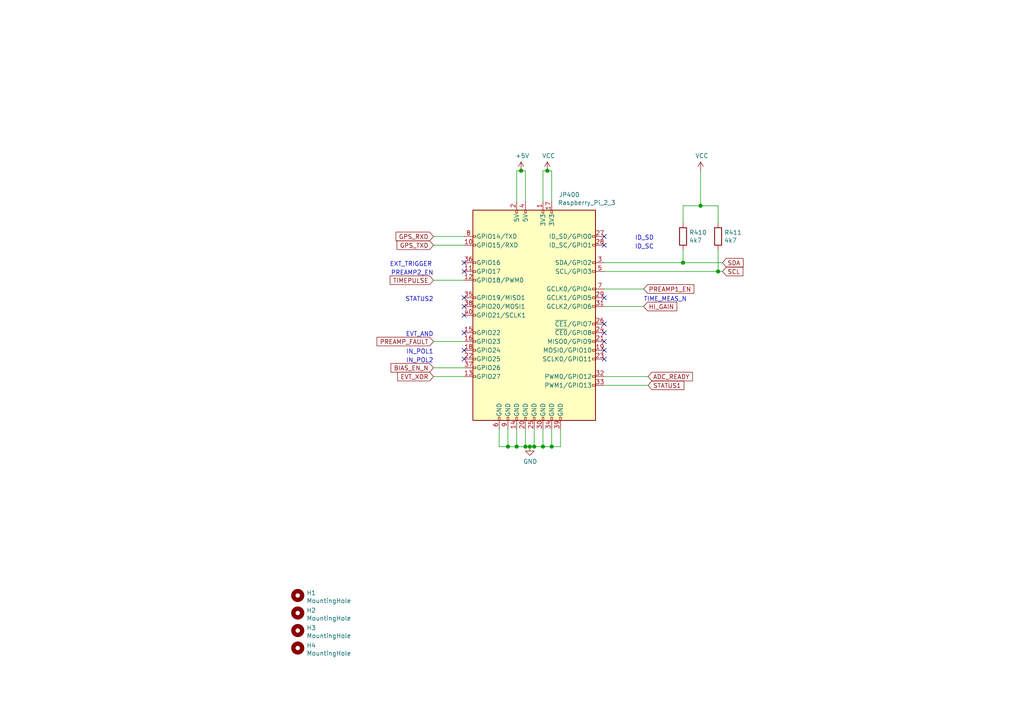
<source format=kicad_sch>
(kicad_sch (version 20211123) (generator eeschema)
  (paper "A4")
  (lib_symbols
    (symbol "Connector:Raspberry_Pi_2_3" (pin_names (offset 1.016))
      (property "Reference" "J" (at -17.78 31.75 0))
      (property "Value" "Raspberry_Pi_2_3" (at 10.16 -31.75 0))
      (symbol "Raspberry_Pi_2_3_0_1"
        (rectangle (start -17.78 30.48) (end 17.78 -30.48) (stroke (width 0.254)) (fill (type background)))
      )
      (symbol "Raspberry_Pi_2_3_1_1"
        (rectangle (start -16.891 -17.526) (end -17.78 -18.034))
        (rectangle (start -16.891 -14.986) (end -17.78 -15.494))
        (rectangle (start -16.891 -12.446) (end -17.78 -12.954))
        (rectangle (start -16.891 -9.906) (end -17.78 -10.414))
        (rectangle (start -16.891 -7.366) (end -17.78 -7.874))
        (rectangle (start -16.891 -4.826) (end -17.78 -5.334))
        (rectangle (start -16.891 0.254) (end -17.78 -0.254))
        (rectangle (start -16.891 2.794) (end -17.78 2.286))
        (rectangle (start -16.891 5.334) (end -17.78 4.826))
        (rectangle (start -16.891 10.414) (end -17.78 9.906))
        (rectangle (start -16.891 12.954) (end -17.78 12.446))
        (rectangle (start -16.891 15.494) (end -17.78 14.986))
        (rectangle (start -16.891 20.574) (end -17.78 20.066))
        (rectangle (start -16.891 23.114) (end -17.78 22.606))
        (rectangle (start -10.414 -29.591) (end -9.906 -30.48))
        (rectangle (start -7.874 -29.591) (end -7.366 -30.48))
        (rectangle (start -5.334 -29.591) (end -4.826 -30.48))
        (rectangle (start -5.334 30.48) (end -4.826 29.591))
        (rectangle (start -2.794 -29.591) (end -2.286 -30.48))
        (rectangle (start -2.794 30.48) (end -2.286 29.591))
        (rectangle (start -0.254 -29.591) (end 0.254 -30.48))
        (rectangle (start 2.286 -29.591) (end 2.794 -30.48))
        (rectangle (start 2.286 30.48) (end 2.794 29.591))
        (rectangle (start 4.826 -29.591) (end 5.334 -30.48))
        (rectangle (start 4.826 30.48) (end 5.334 29.591))
        (rectangle (start 7.366 -29.591) (end 7.874 -30.48))
        (rectangle (start 17.78 -20.066) (end 16.891 -20.574))
        (rectangle (start 17.78 -17.526) (end 16.891 -18.034))
        (rectangle (start 17.78 -12.446) (end 16.891 -12.954))
        (rectangle (start 17.78 -9.906) (end 16.891 -10.414))
        (rectangle (start 17.78 -7.366) (end 16.891 -7.874))
        (rectangle (start 17.78 -4.826) (end 16.891 -5.334))
        (rectangle (start 17.78 -2.286) (end 16.891 -2.794))
        (rectangle (start 17.78 2.794) (end 16.891 2.286))
        (rectangle (start 17.78 5.334) (end 16.891 4.826))
        (rectangle (start 17.78 7.874) (end 16.891 7.366))
        (rectangle (start 17.78 12.954) (end 16.891 12.446))
        (rectangle (start 17.78 15.494) (end 16.891 14.986))
        (rectangle (start 17.78 20.574) (end 16.891 20.066))
        (rectangle (start 17.78 23.114) (end 16.891 22.606))
        (pin power_in line (at 2.54 33.02 270) (length 2.54) (name "3V3") (number "1"))
        (pin bidirectional line (at -20.32 20.32 0) (length 2.54) (name "GPIO15/RXD") (number "10"))
        (pin bidirectional line (at -20.32 12.7 0) (length 2.54) (name "GPIO17") (number "11"))
        (pin bidirectional line (at -20.32 10.16 0) (length 2.54) (name "GPIO18/PWM0") (number "12"))
        (pin bidirectional line (at -20.32 -17.78 0) (length 2.54) (name "GPIO27") (number "13"))
        (pin power_in line (at -5.08 -33.02 90) (length 2.54) (name "GND") (number "14"))
        (pin bidirectional line (at -20.32 -5.08 0) (length 2.54) (name "GPIO22") (number "15"))
        (pin bidirectional line (at -20.32 -7.62 0) (length 2.54) (name "GPIO23") (number "16"))
        (pin power_in line (at 5.08 33.02 270) (length 2.54) (name "3V3") (number "17"))
        (pin bidirectional line (at -20.32 -10.16 0) (length 2.54) (name "GPIO24") (number "18"))
        (pin bidirectional line (at 20.32 -10.16 180) (length 2.54) (name "MOSI0/GPIO10") (number "19"))
        (pin power_in line (at -5.08 33.02 270) (length 2.54) (name "5V") (number "2"))
        (pin power_in line (at -2.54 -33.02 90) (length 2.54) (name "GND") (number "20"))
        (pin bidirectional line (at 20.32 -7.62 180) (length 2.54) (name "MISO0/GPIO9") (number "21"))
        (pin bidirectional line (at -20.32 -12.7 0) (length 2.54) (name "GPIO25") (number "22"))
        (pin bidirectional line (at 20.32 -12.7 180) (length 2.54) (name "SCLK0/GPIO11") (number "23"))
        (pin bidirectional line (at 20.32 -5.08 180) (length 2.54) (name "~{CE0}/GPIO8") (number "24"))
        (pin power_in line (at 0 -33.02 90) (length 2.54) (name "GND") (number "25"))
        (pin bidirectional line (at 20.32 -2.54 180) (length 2.54) (name "~{CE1}/GPIO7") (number "26"))
        (pin bidirectional line (at 20.32 22.86 180) (length 2.54) (name "ID_SD/GPIO0") (number "27"))
        (pin bidirectional line (at 20.32 20.32 180) (length 2.54) (name "ID_SC/GPIO1") (number "28"))
        (pin bidirectional line (at 20.32 5.08 180) (length 2.54) (name "GCLK1/GPIO5") (number "29"))
        (pin bidirectional line (at 20.32 15.24 180) (length 2.54) (name "SDA/GPIO2") (number "3"))
        (pin power_in line (at 2.54 -33.02 90) (length 2.54) (name "GND") (number "30"))
        (pin bidirectional line (at 20.32 2.54 180) (length 2.54) (name "GCLK2/GPIO6") (number "31"))
        (pin bidirectional line (at 20.32 -17.78 180) (length 2.54) (name "PWM0/GPIO12") (number "32"))
        (pin bidirectional line (at 20.32 -20.32 180) (length 2.54) (name "PWM1/GPIO13") (number "33"))
        (pin power_in line (at 5.08 -33.02 90) (length 2.54) (name "GND") (number "34"))
        (pin bidirectional line (at -20.32 5.08 0) (length 2.54) (name "GPIO19/MISO1") (number "35"))
        (pin bidirectional line (at -20.32 15.24 0) (length 2.54) (name "GPIO16") (number "36"))
        (pin bidirectional line (at -20.32 -15.24 0) (length 2.54) (name "GPIO26") (number "37"))
        (pin bidirectional line (at -20.32 2.54 0) (length 2.54) (name "GPIO20/MOSI1") (number "38"))
        (pin power_in line (at 7.62 -33.02 90) (length 2.54) (name "GND") (number "39"))
        (pin power_in line (at -2.54 33.02 270) (length 2.54) (name "5V") (number "4"))
        (pin bidirectional line (at -20.32 0 0) (length 2.54) (name "GPIO21/SCLK1") (number "40"))
        (pin bidirectional line (at 20.32 12.7 180) (length 2.54) (name "SCL/GPIO3") (number "5"))
        (pin power_in line (at -10.16 -33.02 90) (length 2.54) (name "GND") (number "6"))
        (pin bidirectional line (at 20.32 7.62 180) (length 2.54) (name "GCLK0/GPIO4") (number "7"))
        (pin bidirectional line (at -20.32 22.86 0) (length 2.54) (name "GPIO14/TXD") (number "8"))
        (pin power_in line (at -7.62 -33.02 90) (length 2.54) (name "GND") (number "9"))
      )
    )
    (symbol "Device:R" (pin_numbers hide) (pin_names (offset 0))
      (property "Reference" "R" (at 2.032 0 90))
      (property "Value" "R" (at 0 0 90))
      (symbol "R_0_1"
        (rectangle (start -1.016 -2.54) (end 1.016 2.54) (stroke (width 0.254)))
      )
      (symbol "R_1_1"
        (pin passive line (at 0 3.81 270) (length 1.27) (name "~") (number "1"))
        (pin passive line (at 0 -3.81 90) (length 1.27) (name "~") (number "2"))
      )
    )
    (symbol "Mechanical:MountingHole" (pin_names (offset 1.016))
      (property "Reference" "H" (at 0 5.08 0))
      (property "Value" "MountingHole" (at 0 3.175 0))
      (symbol "MountingHole_0_1"
        (circle (center 0 0) (radius 1.27) (stroke (width 1.27)))
      )
    )
    (symbol "power:+5V" (power) (pin_names (offset 0))
      (property "Value" "+5V" (at 0 3.556 0))
      (symbol "+5V_0_1"
        (polyline (pts (xy -0.762 1.27) (xy 0 2.54)))
        (polyline (pts (xy 0 0) (xy 0 2.54)))
        (polyline (pts (xy 0 2.54) (xy 0.762 1.27)))
      )
      (symbol "+5V_1_1"
        (pin power_in line (at 0 0 90) (length 0) hide (name "+5V") (number "1"))
      )
    )
    (symbol "power:GND" (power) (pin_names (offset 0))
      (property "Value" "GND" (at 0 -3.81 0))
      (symbol "GND_0_1"
        (polyline (pts (xy 0 0) (xy 0 -1.27) (xy 1.27 -1.27) (xy 0 -2.54) (xy -1.27 -1.27) (xy 0 -1.27)))
      )
      (symbol "GND_1_1"
        (pin power_in line (at 0 0 270) (length 0) hide (name "GND") (number "1"))
      )
    )
    (symbol "power:VCC" (power) (pin_names (offset 0))
      (property "Value" "VCC" (at 0 3.81 0))
      (symbol "VCC_0_1"
        (polyline (pts (xy -0.762 1.27) (xy 0 2.54)))
        (polyline (pts (xy 0 0) (xy 0 2.54)))
        (polyline (pts (xy 0 2.54) (xy 0.762 1.27)))
      )
      (symbol "VCC_1_1"
        (pin power_in line (at 0 0 90) (length 0) hide (name "VCC") (number "1"))
      )
    )
  )
  (junction (at 154.94 129.54) (diameter 1.016))
  (junction (at 149.86 129.54) (diameter 1.016))
  (junction (at 158.75 49.53) (diameter 1.016))
  (junction (at 157.48 129.54) (diameter 1.016))
  (junction (at 151.13 49.53) (diameter 1.016))
  (junction (at 203.2 59.69) (diameter 1.016))
  (junction (at 160.02 129.54) (diameter 1.016))
  (junction (at 152.4 129.54) (diameter 1.016))
  (junction (at 198.12 76.2) (diameter 1.016))
  (junction (at 147.32 129.54) (diameter 1.016))
  (junction (at 208.28 78.74) (diameter 1.016))
  (junction (at 153.67 129.54) (diameter 1.016))
  (no_connect (at 175.26 68.58))
  (no_connect (at 175.26 71.12))
  (no_connect (at 175.26 86.36))
  (no_connect (at 134.62 76.2))
  (no_connect (at 175.26 101.6))
  (no_connect (at 175.26 99.06))
  (no_connect (at 175.26 104.14))
  (no_connect (at 134.62 101.6))
  (no_connect (at 175.26 93.98))
  (no_connect (at 175.26 96.52))
  (no_connect (at 134.62 86.36))
  (no_connect (at 134.62 91.44))
  (no_connect (at 134.62 96.52))
  (no_connect (at 134.62 104.14))
  (no_connect (at 134.62 88.9))
  (no_connect (at 134.62 78.74))
  (wire (pts (xy 175.26 76.2) (xy 198.12 76.2)))
  (wire (pts (xy 203.2 59.69) (xy 208.28 59.69)))
  (wire (pts (xy 144.78 129.54) (xy 147.32 129.54)))
  (wire (pts (xy 157.48 124.46) (xy 157.48 129.54)))
  (wire (pts (xy 147.32 129.54) (xy 149.86 129.54)))
  (wire (pts (xy 208.28 78.74) (xy 209.55 78.74)))
  (wire (pts (xy 149.86 58.42) (xy 149.86 49.53)))
  (wire (pts (xy 144.78 124.46) (xy 144.78 129.54)))
  (wire (pts (xy 160.02 58.42) (xy 160.02 49.53)))
  (wire (pts (xy 154.94 124.46) (xy 154.94 129.54)))
  (wire (pts (xy 198.12 72.39) (xy 198.12 76.2)))
  (wire (pts (xy 175.26 83.82) (xy 186.69 83.82)))
  (wire (pts (xy 149.86 129.54) (xy 152.4 129.54)))
  (wire (pts (xy 162.56 124.46) (xy 162.56 129.54)))
  (wire (pts (xy 149.86 124.46) (xy 149.86 129.54)))
  (wire (pts (xy 125.73 68.58) (xy 134.62 68.58)))
  (wire (pts (xy 125.73 71.12) (xy 134.62 71.12)))
  (wire (pts (xy 151.13 49.53) (xy 152.4 49.53)))
  (wire (pts (xy 198.12 76.2) (xy 209.55 76.2)))
  (wire (pts (xy 125.73 106.68) (xy 134.62 106.68)))
  (wire (pts (xy 154.94 129.54) (xy 157.48 129.54)))
  (wire (pts (xy 152.4 124.46) (xy 152.4 129.54)))
  (wire (pts (xy 203.2 49.53) (xy 203.2 59.69)))
  (wire (pts (xy 208.28 64.77) (xy 208.28 59.69)))
  (wire (pts (xy 152.4 58.42) (xy 152.4 49.53)))
  (wire (pts (xy 147.32 124.46) (xy 147.32 129.54)))
  (wire (pts (xy 157.48 49.53) (xy 158.75 49.53)))
  (wire (pts (xy 160.02 49.53) (xy 158.75 49.53)))
  (wire (pts (xy 125.73 99.06) (xy 134.62 99.06)))
  (wire (pts (xy 157.48 129.54) (xy 160.02 129.54)))
  (wire (pts (xy 175.26 78.74) (xy 208.28 78.74)))
  (wire (pts (xy 152.4 129.54) (xy 153.67 129.54)))
  (wire (pts (xy 175.26 111.76) (xy 187.96 111.76)))
  (wire (pts (xy 208.28 72.39) (xy 208.28 78.74)))
  (wire (pts (xy 149.86 49.53) (xy 151.13 49.53)))
  (wire (pts (xy 153.67 129.54) (xy 154.94 129.54)))
  (wire (pts (xy 160.02 129.54) (xy 162.56 129.54)))
  (wire (pts (xy 198.12 59.69) (xy 203.2 59.69)))
  (wire (pts (xy 175.26 88.9) (xy 186.69 88.9)))
  (wire (pts (xy 175.26 109.22) (xy 187.96 109.22)))
  (wire (pts (xy 125.73 109.22) (xy 134.62 109.22)))
  (wire (pts (xy 198.12 59.69) (xy 198.12 64.77)))
  (wire (pts (xy 157.48 58.42) (xy 157.48 49.53)))
  (wire (pts (xy 160.02 124.46) (xy 160.02 129.54)))
  (wire (pts (xy 125.73 81.28) (xy 134.62 81.28)))
  (text "STATUS2" (at 125.73 87.63 180) (effects (font (size 1.27 1.27)) (justify right bottom)))
  (text "EXT_TRIGGER" (at 113.03 77.47 0) (effects (font (size 1.27 1.27)) (justify left bottom)))
  (text "ID_SD" (at 184.15 69.85 0) (effects (font (size 1.27 1.27)) (justify left bottom)))
  (text "TIME_MEAS_N" (at 186.69 87.63 0) (effects (font (size 1.27 1.27)) (justify left bottom)))
  (text "IN_POL1" (at 125.73 102.87 180) (effects (font (size 1.27 1.27)) (justify right bottom)))
  (text "IN_POL2" (at 125.73 105.41 180) (effects (font (size 1.27 1.27)) (justify right bottom)))
  (text "EVT_AND" (at 125.73 97.79 180) (effects (font (size 1.27 1.27)) (justify right bottom)))
  (text "ID_SC" (at 184.15 72.39 0) (effects (font (size 1.27 1.27)) (justify left bottom)))
  (text "PREAMP2_EN" (at 125.73 80.01 180) (effects (font (size 1.27 1.27)) (justify right bottom)))
  (global_label "GPS_TXD" (shape input) (at 125.73 71.12 180) (property "Intersheet References" "${INTERSHEET_REFS}" (effects hide)))
  (global_label "GPS_RXD" (shape input) (at 125.73 68.58 180) (property "Intersheet References" "${INTERSHEET_REFS}" (effects hide)))
  (global_label "ADC_READY" (shape input) (at 187.96 109.22 0) (property "Intersheet References" "${INTERSHEET_REFS}" (effects hide)))
  (global_label "EVT_XOR" (shape input) (at 125.73 109.22 180) (property "Intersheet References" "${INTERSHEET_REFS}" (effects hide)))
  (global_label "HI_GAIN" (shape input) (at 186.69 88.9 0) (property "Intersheet References" "${INTERSHEET_REFS}" (effects hide)))
  (global_label "PREAMP1_EN" (shape input) (at 186.69 83.82 0) (property "Intersheet References" "${INTERSHEET_REFS}" (effects hide)))
  (global_label "STATUS1" (shape input) (at 187.96 111.76 0) (property "Intersheet References" "${INTERSHEET_REFS}" (effects hide)))
  (global_label "SDA" (shape input) (at 209.55 76.2 0) (property "Intersheet References" "${INTERSHEET_REFS}" (effects hide)))
  (global_label "TIMEPULSE" (shape input) (at 125.73 81.28 180) (property "Intersheet References" "${INTERSHEET_REFS}" (effects hide)))
  (global_label "BIAS_EN_N" (shape input) (at 125.73 106.68 180) (property "Intersheet References" "${INTERSHEET_REFS}" (effects hide)))
  (global_label "PREAMP_FAULT" (shape input) (at 125.73 99.06 180) (property "Intersheet References" "${INTERSHEET_REFS}" (effects hide)))
  (global_label "SCL" (shape input) (at 209.55 78.74 0) (property "Intersheet References" "${INTERSHEET_REFS}" (effects hide)))
  (symbol (lib_id "power:GND") (at 153.67 129.54 0) (unit 1)
    (property "Reference" "#PWR0103" (effects hide))
    (property "Value" "GND" (at 153.7843 133.8644 0))
  )
  (symbol (lib_id "Mechanical:MountingHole") (at 86.36 182.88 0) (unit 1) (in_bom no)
    (property "Reference" "H3" (at 88.9001 182.1191 0) (effects (justify left)))
    (property "Value" "MountingHole" (at 88.9001 184.4178 0) (effects (justify left)))
    (property "Footprint" "MountingHole:MountingHole_2.7mm_M2.5" (effects hide))
    (property "Supplier" "--" (effects hide))
  )
  (symbol (lib_id "power:VCC") (at 158.75 49.53 0) (unit 1)
    (property "Reference" "#PWR0102" (effects hide))
    (property "Value" "VCC" (at 159.1183 45.2056 0))
  )
  (symbol (lib_id "Mechanical:MountingHole") (at 86.36 177.8 0) (unit 1) (in_bom no)
    (property "Reference" "H2" (at 88.9001 177.0391 0) (effects (justify left)))
    (property "Value" "MountingHole" (at 88.9001 179.3378 0) (effects (justify left)))
    (property "Footprint" "MountingHole:MountingHole_2.7mm_M2.5" (effects hide))
    (property "Supplier" "--" (effects hide))
  )
  (symbol (lib_id "Device:R") (at 198.12 68.58 0) (unit 1)
    (property "Reference" "R410" (at 199.898 67.437 0) (effects (justify left)))
    (property "Value" "4k7" (at 199.898 69.723 0) (effects (justify left)))
    (property "Footprint" "Resistor_SMD:R_0805_2012Metric_Pad1.20x1.40mm_HandSolder" (effects hide))
    (property "JLCBasicPart" "Basic" (effects hide))
    (property "JLCPartNr" "C17673" (effects hide))
    (property "JLCType" "0805W8F4701T5E" (effects hide))
    (property "OriginalType" "RK73B2ATTD472J" (effects hide))
    (property "Supplier" "LCSC" (effects hide))
    (property "JLCplace" "C17673" (effects hide))
  )
  (symbol (lib_id "Connector:Raspberry_Pi_2_3") (at 154.94 91.44 0) (unit 1)
    (property "Reference" "JP400" (at 165.1 56.4896 0))
    (property "Value" "Raspberry_Pi_2_3" (at 170.18 58.7945 0))
    (property "Footprint" "Connector_IDC:IDC-Header_2x20_P2.54mm_Vertical" (effects hide))
    (property "Datasheet" "https://www.raspberrypi.org/documentation/hardware/raspberrypi/schematics/rpi_SCH_3bplus_1p0_reduced.pdf" (effects hide))
    (property "JLCBasicPart" "Extended" (effects hide))
    (property "JLCPartNr" "C35165" (effects hide))
    (property "OriginalType" "C35165 " (effects hide))
    (property "Supplier" "LCSC" (effects hide))
  )
  (symbol (lib_id "power:+5V") (at 151.13 49.53 0) (unit 1)
    (property "Reference" "#PWR0101" (effects hide))
    (property "Value" "+5V" (at 151.4983 45.2056 0))
  )
  (symbol (lib_id "Mechanical:MountingHole") (at 86.36 187.96 0) (unit 1) (in_bom no)
    (property "Reference" "H4" (at 88.9001 187.1991 0) (effects (justify left)))
    (property "Value" "MountingHole" (at 88.9001 189.4978 0) (effects (justify left)))
    (property "Footprint" "MountingHole:MountingHole_2.7mm_M2.5" (effects hide))
    (property "Supplier" "--" (effects hide))
  )
  (symbol (lib_id "Device:R") (at 208.28 68.58 0) (unit 1)
    (property "Reference" "R411" (at 210.058 67.437 0) (effects (justify left)))
    (property "Value" "4k7" (at 210.058 69.723 0) (effects (justify left)))
    (property "Footprint" "Resistor_SMD:R_0805_2012Metric_Pad1.20x1.40mm_HandSolder" (effects hide))
    (property "JLCBasicPart" "Basic" (effects hide))
    (property "JLCPartNr" "C17673" (effects hide))
    (property "JLCType" "0805W8F4701T5E" (effects hide))
    (property "OriginalType" "RK73B2ATTD472J" (effects hide))
    (property "Supplier" "LCSC" (effects hide))
    (property "JLCplace" "C17673" (effects hide))
  )
  (symbol (lib_id "power:VCC") (at 203.2 49.53 0) (unit 1)
    (property "Reference" "#PWR0104" (effects hide))
    (property "Value" "VCC" (at 203.5683 45.2056 0))
  )
  (symbol (lib_id "Mechanical:MountingHole") (at 86.36 172.72 0) (unit 1) (in_bom no)
    (property "Reference" "H1" (at 88.9001 171.9591 0) (effects (justify left)))
    (property "Value" "MountingHole" (at 88.9001 174.2578 0) (effects (justify left)))
    (property "Footprint" "MountingHole:MountingHole_2.7mm_M2.5" (effects hide))
    (property "Supplier" "--" (effects hide))
  )
)
</source>
